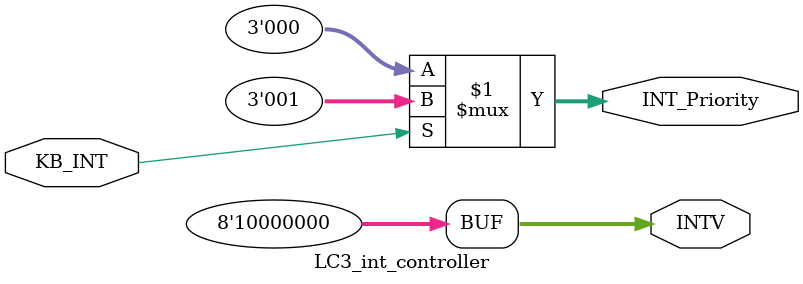
<source format=v>
`timescale 1ns / 1ps
module LC3_int_controller(
		input					KB_INT,
		output		[2:0]	INT_Priority,
		output		[7:0]	INTV
    );
	 
	 assign	INTV=8'h80;
	 
	 assign	INT_Priority=(KB_INT?3'b001:3'b000);


endmodule

</source>
